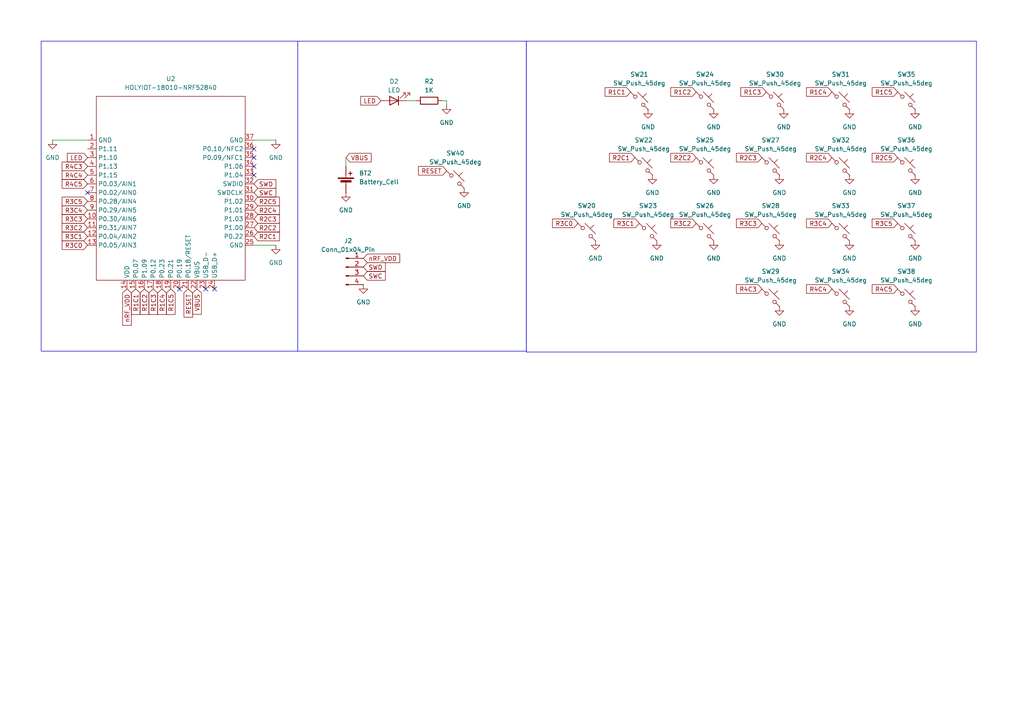
<source format=kicad_sch>
(kicad_sch (version 20250114) (generator "eeschema") (generator_version "9.0")
  (paper "A4")
  (lib_symbols
    (symbol "takemo:Battery_Cell" (pin_numbers (hide yes)) (pin_names (offset 0) (hide yes))
      (property "Reference" "BT" (at 2.54 2.54 0))
      (property "Value" "Battery_Cell" (at 2.54 0 0))
      (symbol "Battery_Cell_0_1"
        (rectangle (start -2.286 1.778) (end 2.286 1.524) (fill (type outline)))
        (rectangle (start -1.524 1.016) (end 1.524 0.508) (fill (type outline)))
        (polyline (pts (xy 0 1.778) (xy 0 2.54)))
        (polyline (pts (xy 0 0.762) (xy 0 0)))
        (polyline (pts (xy 0.762 3.048) (xy 1.778 3.048)) (stroke (width 0.254)))
        (polyline (pts (xy 1.27 3.556) (xy 1.27 2.54)) (stroke (width 0.254)))
      )
      (symbol "Battery_Cell_1_1"
        (pin passive line (at 0 5.08 270) (length 2.54) (name "+") (number "1"))
        (pin passive line (at 0 -2.54 90) (length 2.54) (name "-") (number "2"))
      )
    )
    (symbol "takemo:Conn_01x04_Pin" (pin_names (offset 1.016) (hide yes))
      (property "Reference" "J" (at 0 5.08 0))
      (property "Value" "Conn_01x04_Pin" (at 0 -7.62 0))
      (symbol "Conn_01x04_Pin_1_1"
        (rectangle (start 0.8636 2.667) (end 0 2.413) (stroke (width 0.1524)) (fill (type outline)))
        (rectangle (start 0.8636 0.127) (end 0 -0.127) (stroke (width 0.1524)) (fill (type outline)))
        (rectangle (start 0.8636 -2.413) (end 0 -2.667) (stroke (width 0.1524)) (fill (type outline)))
        (rectangle (start 0.8636 -4.953) (end 0 -5.207) (stroke (width 0.1524)) (fill (type outline)))
        (polyline (pts (xy 1.27 2.54) (xy 0.8636 2.54)) (stroke (width 0.1524)))
        (polyline (pts (xy 1.27 0) (xy 0.8636 0)) (stroke (width 0.1524)))
        (polyline (pts (xy 1.27 -2.54) (xy 0.8636 -2.54)) (stroke (width 0.1524)))
        (polyline (pts (xy 1.27 -5.08) (xy 0.8636 -5.08)) (stroke (width 0.1524)))
        (pin passive line (at 5.08 2.54 180) (length 3.81) (name "Pin_1") (number "1"))
        (pin passive line (at 5.08 0 180) (length 3.81) (name "Pin_2") (number "2"))
        (pin passive line (at 5.08 -2.54 180) (length 3.81) (name "Pin_3") (number "3"))
        (pin passive line (at 5.08 -5.08 180) (length 3.81) (name "Pin_4") (number "4"))
      )
    )
    (symbol "takemo:GND" (power) (pin_numbers (hide yes)) (pin_names (offset 0) (hide yes))
      (property "Value" "GND" (at 0 -3.81 0))
      (symbol "GND_0_1"
        (polyline (pts (xy 0 0) (xy 0 -1.27) (xy 1.27 -1.27) (xy 0 -2.54) (xy -1.27 -1.27) (xy 0 -1.27)))
      )
      (symbol "GND_1_1"
        (pin power_in line (at 0 0 270) (length 0) (name "~") (number "1"))
      )
    )
    (symbol "takemo:HOLYIOT-18010-NRF52840"
      (property "Reference" "U1" (at 0 31.75 0))
      (property "Value" "HOLYIOT-18010-NRF52840" (at 0 29.21 0))
      (symbol "HOLYIOT-18010-NRF52840_0_1"
        (rectangle (start -21.59 27.94) (end 21.59 -25.4))
      )
      (symbol "HOLYIOT-18010-NRF52840_1_1"
        (pin power_in line (at -24.13 15.24 0) (length 2.54) (name "GND") (number "1"))
        (pin input line (at -24.13 12.7 0) (length 2.54) (name "P1.11") (number "2"))
        (pin input line (at -24.13 10.16 0) (length 2.54) (name "P1.10") (number "3"))
        (pin input line (at -24.13 7.62 0) (length 2.54) (name "P1.13") (number "4"))
        (pin input line (at -24.13 5.08 0) (length 2.54) (name "P1.15") (number "5"))
        (pin input line (at -24.13 2.54 0) (length 2.54) (name "P0.03/AIN1") (number "6"))
        (pin input line (at -24.13 0 0) (length 2.54) (name "P0.02/AIN0") (number "7"))
        (pin input line (at -24.13 -2.54 0) (length 2.54) (name "P0.28/AIN4") (number "8"))
        (pin input line (at -24.13 -5.08 0) (length 2.54) (name "P0.29/AIN5") (number "9"))
        (pin input line (at -24.13 -7.62 0) (length 2.54) (name "P0.30/AIN6") (number "10"))
        (pin input line (at -24.13 -10.16 0) (length 2.54) (name "P0.31/AIN7") (number "11"))
        (pin input line (at -24.13 -12.7 0) (length 2.54) (name "P0.04/AIN2") (number "12"))
        (pin input line (at -24.13 -15.24 0) (length 2.54) (name "P0.05/AIN3") (number "13"))
        (pin power_in line (at -12.7 -27.94 90) (length 2.54) (name "VDD") (number "14"))
        (pin input line (at -10.16 -27.94 90) (length 2.54) (name "P0.07") (number "15"))
        (pin input line (at -7.62 -27.94 90) (length 2.54) (name "P1.09") (number "16"))
        (pin input line (at -5.08 -27.94 90) (length 2.54) (name "P0.12") (number "17"))
        (pin input line (at -2.54 -27.94 90) (length 2.54) (name "P0.23") (number "18"))
        (pin input line (at 0 -27.94 90) (length 2.54) (name "P0.21") (number "19"))
        (pin input line (at 2.54 -27.94 90) (length 2.54) (name "P0.19") (number "20"))
        (pin input line (at 5.08 -27.94 90) (length 2.54) (name "P0.18/RESET") (number "21"))
        (pin power_in line (at 7.62 -27.94 90) (length 2.54) (name "VBUS") (number "22"))
        (pin input line (at 10.16 -27.94 90) (length 2.54) (name "USB_D-") (number "23"))
        (pin input line (at 12.7 -27.94 90) (length 2.54) (name "USB_D+") (number "24"))
        (pin power_in line (at 24.13 15.24 180) (length 2.54) (name "GND") (number "37"))
        (pin input line (at 24.13 12.7 180) (length 2.54) (name "P0.10/NFC2") (number "36"))
        (pin input line (at 24.13 10.16 180) (length 2.54) (name "P0.09/NFC1") (number "35"))
        (pin input line (at 24.13 7.62 180) (length 2.54) (name "P1.06") (number "34"))
        (pin input line (at 24.13 5.08 180) (length 2.54) (name "P1.04") (number "33"))
        (pin input line (at 24.13 2.54 180) (length 2.54) (name "SWDIO") (number "32"))
        (pin input line (at 24.13 0 180) (length 2.54) (name "SWDCLK") (number "31"))
        (pin input line (at 24.13 -2.54 180) (length 2.54) (name "P1.02") (number "30"))
        (pin input line (at 24.13 -5.08 180) (length 2.54) (name "P1.01") (number "29"))
        (pin input line (at 24.13 -7.62 180) (length 2.54) (name "P1.03") (number "28"))
        (pin input line (at 24.13 -10.16 180) (length 2.54) (name "P1.00") (number "27"))
        (pin input line (at 24.13 -12.7 180) (length 2.54) (name "P0.22") (number "26"))
        (pin power_in line (at 24.13 -15.24 180) (length 2.54) (name "GND") (number "25"))
      )
    )
    (symbol "takemo:LED" (pin_numbers (hide yes)) (pin_names (offset 1.016) (hide yes))
      (property "Reference" "D" (at 0 2.54 0))
      (property "Value" "LED" (at 0 -2.54 0))
      (symbol "LED_0_1"
        (polyline (pts (xy -3.048 -0.762) (xy -4.572 -2.286) (xy -3.81 -2.286) (xy -4.572 -2.286) (xy -4.572 -1.524)))
        (polyline (pts (xy -1.778 -0.762) (xy -3.302 -2.286) (xy -2.54 -2.286) (xy -3.302 -2.286) (xy -3.302 -1.524)))
        (polyline (pts (xy -1.27 0) (xy 1.27 0)))
        (polyline (pts (xy -1.27 -1.27) (xy -1.27 1.27)) (stroke (width 0.254)))
        (polyline (pts (xy 1.27 -1.27) (xy 1.27 1.27) (xy -1.27 0) (xy 1.27 -1.27)) (stroke (width 0.254)))
      )
      (symbol "LED_1_1"
        (pin passive line (at -3.81 0 0) (length 2.54) (name "K") (number "1"))
        (pin passive line (at 3.81 0 180) (length 2.54) (name "A") (number "2"))
      )
    )
    (symbol "takemo:R" (pin_numbers (hide yes)) (pin_names (offset 0))
      (property "Reference" "R" (at 2.032 0 90))
      (property "Value" "R" (at 0 0 90))
      (symbol "R_0_1"
        (rectangle (start -1.016 -2.54) (end 1.016 2.54) (stroke (width 0.254)))
      )
      (symbol "R_1_1"
        (pin passive line (at 0 3.81 270) (length 1.27) (name "~") (number "1"))
        (pin passive line (at 0 -3.81 90) (length 1.27) (name "~") (number "2"))
      )
    )
    (symbol "takemo:SW_Push_45deg" (pin_numbers (hide yes)) (pin_names (offset 1.016) (hide yes))
      (property "Reference" "SW" (at 3.048 1.016 0))
      (property "Value" "SW_Push_45deg" (at 0 -3.81 0))
      (symbol "SW_Push_45deg_0_1"
        (polyline (pts (xy -2.54 2.54) (xy -1.524 1.524) (xy -1.524 1.524)))
        (circle (center -1.1684 1.1684) (radius 0.508))
        (polyline (pts (xy -0.508 2.54) (xy 2.54 -0.508)))
        (polyline (pts (xy 1.016 1.016) (xy 2.032 2.032)))
        (circle (center 1.143 -1.1938) (radius 0.508))
        (polyline (pts (xy 1.524 -1.524) (xy 2.54 -2.54) (xy 2.54 -2.54) (xy 2.54 -2.54)))
        (pin passive line (at -2.54 2.54 0) (length 0) (name "1") (number "1"))
        (pin passive line (at 2.54 -2.54 180) (length 0) (name "2") (number "2"))
      )
    )
  )
  (rectangle (start 152.654 11.938) (end 283.21 102.108))
  (rectangle (start 11.938 11.938) (end 86.36 101.854))
  (rectangle (start 86.36 11.938) (end 152.654 101.854))
  (no_connect (at 73.66 50.8))
  (no_connect (at 25.4 55.88))
  (no_connect (at 59.69 83.82))
  (no_connect (at 52.07 83.82))
  (no_connect (at 73.66 43.18))
  (no_connect (at 73.66 48.26))
  (no_connect (at 62.23 83.82))
  (no_connect (at 73.66 45.72))
  (wire (pts (xy 15.24 40.64) (xy 25.4 40.64)))
  (wire (pts (xy 100.33 48.26) (xy 100.33 45.72)))
  (wire (pts (xy 129.54 29.21) (xy 128.27 29.21)))
  (wire (pts (xy 120.65 29.21) (xy 118.11 29.21)))
  (wire (pts (xy 129.54 30.48) (xy 129.54 29.21)))
  (wire (pts (xy 80.01 40.64) (xy 73.66 40.64)))
  (wire (pts (xy 80.01 71.12) (xy 73.66 71.12)))
  (global_label "SWC" (shape input) (at 105.41 80.01 0) (property "Intersheetrefs" "${INTERSHEET_REFS}" (effects (hide yes))))
  (global_label "R2C5" (shape input) (at 73.66 58.42 0) (property "Intersheetrefs" "${INTERSHEET_REFS}" (effects (hide yes))))
  (global_label "R3C1" (shape input) (at 185.42 64.77 180) (property "Intersheetrefs" "${INTERSHEET_REFS}" (effects (hide yes))))
  (global_label "RESET" (shape input) (at 129.54 49.53 180) (property "Intersheetrefs" "${INTERSHEET_REFS}" (effects (hide yes))))
  (global_label "R2C1" (shape input) (at 184.15 45.72 180) (property "Intersheetrefs" "${INTERSHEET_REFS}" (effects (hide yes))))
  (global_label "R4C3" (shape input) (at 25.4 48.26 180) (property "Intersheetrefs" "${INTERSHEET_REFS}" (effects (hide yes))))
  (global_label "R1C3" (shape input) (at 222.25 26.67 180) (property "Intersheetrefs" "${INTERSHEET_REFS}" (effects (hide yes))))
  (global_label "R3C4" (shape input) (at 25.4 60.96 180) (property "Intersheetrefs" "${INTERSHEET_REFS}" (effects (hide yes))))
  (global_label "R3C0" (shape input) (at 167.64 64.77 180) (property "Intersheetrefs" "${INTERSHEET_REFS}" (effects (hide yes))))
  (global_label "RESET" (shape input) (at 54.61 83.82 270) (property "Intersheetrefs" "${INTERSHEET_REFS}" (effects (hide yes))))
  (global_label "R3C5" (shape input) (at 25.4 58.42 180) (property "Intersheetrefs" "${INTERSHEET_REFS}" (effects (hide yes))))
  (global_label "SWC" (shape input) (at 73.66 55.88 0) (property "Intersheetrefs" "${INTERSHEET_REFS}" (effects (hide yes))))
  (global_label "R3C0" (shape input) (at 25.4 71.12 180) (property "Intersheetrefs" "${INTERSHEET_REFS}" (effects (hide yes))))
  (global_label "R4C5" (shape input) (at 25.4 53.34 180) (property "Intersheetrefs" "${INTERSHEET_REFS}" (effects (hide yes))))
  (global_label "R1C4" (shape input) (at 46.99 83.82 270) (property "Intersheetrefs" "${INTERSHEET_REFS}" (effects (hide yes))))
  (global_label "R4C4" (shape input) (at 25.4 50.8 180) (property "Intersheetrefs" "${INTERSHEET_REFS}" (effects (hide yes))))
  (global_label "VBUS" (shape input) (at 100.33 45.72 0) (property "Intersheetrefs" "${INTERSHEET_REFS}" (effects (hide yes))))
  (global_label "R1C2" (shape input) (at 41.91 83.82 270) (property "Intersheetrefs" "${INTERSHEET_REFS}" (effects (hide yes))))
  (global_label "R3C4" (shape input) (at 241.3 64.77 180) (property "Intersheetrefs" "${INTERSHEET_REFS}" (effects (hide yes))))
  (global_label "R3C3" (shape input) (at 25.4 63.5 180) (property "Intersheetrefs" "${INTERSHEET_REFS}" (effects (hide yes))))
  (global_label "R3C2" (shape input) (at 25.4 66.04 180) (property "Intersheetrefs" "${INTERSHEET_REFS}" (effects (hide yes))))
  (global_label "SWD" (shape input) (at 105.41 77.47 0) (property "Intersheetrefs" "${INTERSHEET_REFS}" (effects (hide yes))))
  (global_label "R2C3" (shape input) (at 220.98 45.72 180) (property "Intersheetrefs" "${INTERSHEET_REFS}" (effects (hide yes))))
  (global_label "nRF_VDD" (shape input) (at 105.41 74.93 0) (property "Intersheetrefs" "${INTERSHEET_REFS}" (effects (hide yes))))
  (global_label "R2C4" (shape input) (at 73.66 60.96 0) (property "Intersheetrefs" "${INTERSHEET_REFS}" (effects (hide yes))))
  (global_label "R4C5" (shape input) (at 260.35 83.82 180) (property "Intersheetrefs" "${INTERSHEET_REFS}" (effects (hide yes))))
  (global_label "LED" (shape input) (at 25.4 45.72 180) (property "Intersheetrefs" "${INTERSHEET_REFS}" (effects (hide yes))))
  (global_label "R1C4" (shape input) (at 241.3 26.67 180) (property "Intersheetrefs" "${INTERSHEET_REFS}" (effects (hide yes))))
  (global_label "nRF_VDD" (shape input) (at 36.83 83.82 270) (property "Intersheetrefs" "${INTERSHEET_REFS}" (effects (hide yes))))
  (global_label "R2C1" (shape input) (at 73.66 68.58 0) (property "Intersheetrefs" "${INTERSHEET_REFS}" (effects (hide yes))))
  (global_label "R1C5" (shape input) (at 260.35 26.67 180) (property "Intersheetrefs" "${INTERSHEET_REFS}" (effects (hide yes))))
  (global_label "R1C2" (shape input) (at 201.93 26.67 180) (property "Intersheetrefs" "${INTERSHEET_REFS}" (effects (hide yes))))
  (global_label "R2C2" (shape input) (at 201.93 45.72 180) (property "Intersheetrefs" "${INTERSHEET_REFS}" (effects (hide yes))))
  (global_label "R1C5" (shape input) (at 49.53 83.82 270) (property "Intersheetrefs" "${INTERSHEET_REFS}" (effects (hide yes))))
  (global_label "SWD" (shape input) (at 73.66 53.34 0) (property "Intersheetrefs" "${INTERSHEET_REFS}" (effects (hide yes))))
  (global_label "R1C1" (shape input) (at 39.37 83.82 270) (property "Intersheetrefs" "${INTERSHEET_REFS}" (effects (hide yes))))
  (global_label "R2C2" (shape input) (at 73.66 66.04 0) (property "Intersheetrefs" "${INTERSHEET_REFS}" (effects (hide yes))))
  (global_label "R4C4" (shape input) (at 241.3 83.82 180) (property "Intersheetrefs" "${INTERSHEET_REFS}" (effects (hide yes))))
  (global_label "R2C4" (shape input) (at 241.3 45.72 180) (property "Intersheetrefs" "${INTERSHEET_REFS}" (effects (hide yes))))
  (global_label "R3C1" (shape input) (at 25.4 68.58 180) (property "Intersheetrefs" "${INTERSHEET_REFS}" (effects (hide yes))))
  (global_label "R3C2" (shape input) (at 201.93 64.77 180) (property "Intersheetrefs" "${INTERSHEET_REFS}" (effects (hide yes))))
  (global_label "R4C3" (shape input) (at 220.98 83.82 180) (property "Intersheetrefs" "${INTERSHEET_REFS}" (effects (hide yes))))
  (global_label "R3C5" (shape input) (at 260.35 64.77 180) (property "Intersheetrefs" "${INTERSHEET_REFS}" (effects (hide yes))))
  (global_label "R1C1" (shape input) (at 182.88 26.67 180) (property "Intersheetrefs" "${INTERSHEET_REFS}" (effects (hide yes))))
  (global_label "R1C3" (shape input) (at 44.45 83.82 270) (property "Intersheetrefs" "${INTERSHEET_REFS}" (effects (hide yes))))
  (global_label "R3C3" (shape input) (at 220.98 64.77 180) (property "Intersheetrefs" "${INTERSHEET_REFS}" (effects (hide yes))))
  (global_label "VBUS" (shape input) (at 57.15 83.82 270) (property "Intersheetrefs" "${INTERSHEET_REFS}" (effects (hide yes))))
  (global_label "R2C3" (shape input) (at 73.66 63.5 0) (property "Intersheetrefs" "${INTERSHEET_REFS}" (effects (hide yes))))
  (global_label "LED" (shape input) (at 110.49 29.21 180) (property "Intersheetrefs" "${INTERSHEET_REFS}" (effects (hide yes))))
  (global_label "R2C5" (shape input) (at 260.35 45.72 180) (property "Intersheetrefs" "${INTERSHEET_REFS}" (effects (hide yes))))
  (symbol (lib_id "takemo:SW_Push_45deg") (at 187.96 67.31 0) (unit 1)
    (property "Reference" "SW23" (at 187.96 59.69 0))
    (property "Value" "SW_Push_45deg" (at 187.96 62.23 0))
    (property "Footprint" "takemo:CPG1316S01D02" (effects (hide yes)))
    (property "Description" "Push button switch, normally open, two pins, 45° tilted" (effects (hide yes)))
  )
  (symbol (lib_id "takemo:GND") (at 246.38 50.8 0) (unit 1)
    (property "Reference" "#PWR046" (effects (hide yes)))
    (property "Value" "GND" (at 246.38 55.88 0))
    (property "Description" "Power symbol creates a global label with name \"GND\" , ground" (effects (hide yes)))
  )
  (symbol (lib_id "takemo:SW_Push_45deg") (at 132.08 52.07 0) (unit 1)
    (property "Reference" "SW40" (at 132.08 44.45 0))
    (property "Value" "SW_Push_45deg" (at 132.08 46.99 0))
    (property "Footprint" "takemo:SW_SPST_TS-1088-xR025" (effects (hide yes)))
    (property "Description" "Push button switch, normally open, two pins, 45° tilted" (effects (hide yes)))
  )
  (symbol (lib_id "takemo:SW_Push_45deg") (at 223.52 67.31 0) (unit 1)
    (property "Reference" "SW28" (at 223.52 59.69 0))
    (property "Value" "SW_Push_45deg" (at 223.52 62.23 0))
    (property "Footprint" "takemo:CPG1316S01D02" (effects (hide yes)))
    (property "Description" "Push button switch, normally open, two pins, 45° tilted" (effects (hide yes)))
  )
  (symbol (lib_id "takemo:SW_Push_45deg") (at 262.89 29.21 0) (unit 1)
    (property "Reference" "SW35" (at 262.89 21.59 0))
    (property "Value" "SW_Push_45deg" (at 262.89 24.13 0))
    (property "Footprint" "takemo:CPG1316S01D02" (effects (hide yes)))
    (property "Description" "Push button switch, normally open, two pins, 45° tilted" (effects (hide yes)))
  )
  (symbol (lib_id "takemo:SW_Push_45deg") (at 262.89 86.36 0) (unit 1)
    (property "Reference" "SW38" (at 262.89 78.74 0))
    (property "Value" "SW_Push_45deg" (at 262.89 81.28 0))
    (property "Footprint" "takemo:CPG1316S01D02" (effects (hide yes)))
    (property "Description" "Push button switch, normally open, two pins, 45° tilted" (effects (hide yes)))
  )
  (symbol (lib_id "takemo:Conn_01x04_Pin") (at 100.33 77.47 0) (unit 1)
    (property "Reference" "J2" (at 100.965 69.85 0))
    (property "Value" "Conn_01x04_Pin" (at 100.965 72.39 0))
    (property "Footprint" "takemo:PinHeader_1x04_P1.00mm_Vertical" (effects (hide yes)))
    (property "Description" "Generic connector, single row, 01x04, script generated" (effects (hide yes)))
  )
  (symbol (lib_id "takemo:GND") (at 207.01 69.85 0) (unit 1)
    (property "Reference" "#PWR040" (effects (hide yes)))
    (property "Value" "GND" (at 207.01 74.93 0))
    (property "Description" "Power symbol creates a global label with name \"GND\" , ground" (effects (hide yes)))
  )
  (symbol (lib_id "takemo:GND") (at 246.38 69.85 0) (unit 1)
    (property "Reference" "#PWR047" (effects (hide yes)))
    (property "Value" "GND" (at 246.38 74.93 0))
    (property "Description" "Power symbol creates a global label with name \"GND\" , ground" (effects (hide yes)))
  )
  (symbol (lib_id "takemo:GND") (at 246.38 88.9 0) (unit 1)
    (property "Reference" "#PWR048" (effects (hide yes)))
    (property "Value" "GND" (at 246.38 93.98 0))
    (property "Description" "Power symbol creates a global label with name \"GND\" , ground" (effects (hide yes)))
  )
  (symbol (lib_id "takemo:SW_Push_45deg") (at 243.84 48.26 0) (unit 1)
    (property "Reference" "SW32" (at 243.84 40.64 0))
    (property "Value" "SW_Push_45deg" (at 243.84 43.18 0))
    (property "Footprint" "takemo:CPG1316S01D02" (effects (hide yes)))
    (property "Description" "Push button switch, normally open, two pins, 45° tilted" (effects (hide yes)))
  )
  (symbol (lib_id "takemo:GND") (at 226.06 69.85 0) (unit 1)
    (property "Reference" "#PWR042" (effects (hide yes)))
    (property "Value" "GND" (at 226.06 74.93 0))
    (property "Description" "Power symbol creates a global label with name \"GND\" , ground" (effects (hide yes)))
  )
  (symbol (lib_id "takemo:SW_Push_45deg") (at 223.52 86.36 0) (unit 1)
    (property "Reference" "SW29" (at 223.52 78.74 0))
    (property "Value" "SW_Push_45deg" (at 223.52 81.28 0))
    (property "Footprint" "takemo:CPG1316S01D02" (effects (hide yes)))
    (property "Description" "Push button switch, normally open, two pins, 45° tilted" (effects (hide yes)))
  )
  (symbol (lib_id "takemo:GND") (at 190.5 69.85 0) (unit 1)
    (property "Reference" "#PWR037" (effects (hide yes)))
    (property "Value" "GND" (at 190.5 74.93 0))
    (property "Description" "Power symbol creates a global label with name \"GND\" , ground" (effects (hide yes)))
  )
  (symbol (lib_id "takemo:HOLYIOT-18010-NRF52840") (at 49.53 55.88 0) (unit 1)
    (property "Reference" "U2" (at 49.53 22.86 0))
    (property "Value" "HOLYIOT-18010-NRF52840" (at 49.53 25.4 0))
    (property "Footprint" "takemo:Holyiot_YJ-18010" (effects (hide yes)))
  )
  (symbol (lib_id "takemo:GND") (at 15.24 40.64 0) (unit 1)
    (property "Reference" "#PWR027" (effects (hide yes)))
    (property "Value" "GND" (at 15.24 45.72 0))
    (property "Description" "Power symbol creates a global label with name \"GND\" , ground" (effects (hide yes)))
  )
  (symbol (lib_id "takemo:SW_Push_45deg") (at 262.89 67.31 0) (unit 1)
    (property "Reference" "SW37" (at 262.89 59.69 0))
    (property "Value" "SW_Push_45deg" (at 262.89 62.23 0))
    (property "Footprint" "takemo:CPG1316S01D02" (effects (hide yes)))
    (property "Description" "Push button switch, normally open, two pins, 45° tilted" (effects (hide yes)))
  )
  (symbol (lib_id "takemo:GND") (at 227.33 31.75 0) (unit 1)
    (property "Reference" "#PWR044" (effects (hide yes)))
    (property "Value" "GND" (at 227.33 36.83 0))
    (property "Description" "Power symbol creates a global label with name \"GND\" , ground" (effects (hide yes)))
  )
  (symbol (lib_id "takemo:GND") (at 80.01 71.12 0) (unit 1)
    (property "Reference" "#PWR029" (effects (hide yes)))
    (property "Value" "GND" (at 80.01 76.2 0))
    (property "Description" "Power symbol creates a global label with name \"GND\" , ground" (effects (hide yes)))
  )
  (symbol (lib_id "takemo:GND") (at 80.01 40.64 0) (unit 1)
    (property "Reference" "#PWR028" (effects (hide yes)))
    (property "Value" "GND" (at 80.01 45.72 0))
    (property "Description" "Power symbol creates a global label with name \"GND\" , ground" (effects (hide yes)))
  )
  (symbol (lib_id "takemo:GND") (at 129.54 30.48 0) (unit 1)
    (property "Reference" "#PWR032" (effects (hide yes)))
    (property "Value" "GND" (at 129.54 35.56 0))
    (property "Description" "Power symbol creates a global label with name \"GND\" , ground" (effects (hide yes)))
  )
  (symbol (lib_id "takemo:SW_Push_45deg") (at 224.79 29.21 0) (unit 1)
    (property "Reference" "SW30" (at 224.79 21.59 0))
    (property "Value" "SW_Push_45deg" (at 224.79 24.13 0))
    (property "Footprint" "takemo:CPG1316S01D02" (effects (hide yes)))
    (property "Description" "Push button switch, normally open, two pins, 45° tilted" (effects (hide yes)))
  )
  (symbol (lib_id "takemo:SW_Push_45deg") (at 170.18 67.31 0) (unit 1)
    (property "Reference" "SW20" (at 170.18 59.69 0))
    (property "Value" "SW_Push_45deg" (at 170.18 62.23 0))
    (property "Footprint" "takemo:CPG1316S01D02" (effects (hide yes)))
    (property "Description" "Push button switch, normally open, two pins, 45° tilted" (effects (hide yes)))
  )
  (symbol (lib_id "takemo:SW_Push_45deg") (at 223.52 48.26 0) (unit 1)
    (property "Reference" "SW27" (at 223.52 40.64 0))
    (property "Value" "SW_Push_45deg" (at 223.52 43.18 0))
    (property "Footprint" "takemo:CPG1316S01D02" (effects (hide yes)))
    (property "Description" "Push button switch, normally open, two pins, 45° tilted" (effects (hide yes)))
  )
  (symbol (lib_id "takemo:LED") (at 114.3 29.21 180) (unit 1)
    (property "Reference" "D2" (at 114.3 23.622 0))
    (property "Value" "LED" (at 114.3 26.162 0))
    (property "Footprint" "takemo:LED_0402_1005Metric_Pad0.77x0.64mm_HandSolder" (effects (hide yes)))
    (property "Description" "Light emitting diode" (effects (hide yes)))
    (property "Sim.Pins" "1=K 2=A" (effects (hide yes)))
  )
  (symbol (lib_id "takemo:SW_Push_45deg") (at 243.84 67.31 0) (unit 1)
    (property "Reference" "SW33" (at 243.84 59.69 0))
    (property "Value" "SW_Push_45deg" (at 243.84 62.23 0))
    (property "Footprint" "takemo:CPG1316S01D02" (effects (hide yes)))
    (property "Description" "Push button switch, normally open, two pins, 45° tilted" (effects (hide yes)))
  )
  (symbol (lib_id "takemo:GND") (at 207.01 31.75 0) (unit 1)
    (property "Reference" "#PWR038" (effects (hide yes)))
    (property "Value" "GND" (at 207.01 36.83 0))
    (property "Description" "Power symbol creates a global label with name \"GND\" , ground" (effects (hide yes)))
  )
  (symbol (lib_id "takemo:Battery_Cell") (at 100.33 53.34 0) (unit 1)
    (property "Reference" "BT2" (at 104.14 50.2284 0) (effects (justify left)))
    (property "Value" "Battery_Cell" (at 104.14 52.7684 0) (effects (justify left)))
    (property "Footprint" "takemo:MY-1632-03" (effects (hide yes)))
    (property "Description" "Single-cell battery" (effects (hide yes)))
  )
  (symbol (lib_id "takemo:GND") (at 207.01 50.8 0) (unit 1)
    (property "Reference" "#PWR039" (effects (hide yes)))
    (property "Value" "GND" (at 207.01 55.88 0))
    (property "Description" "Power symbol creates a global label with name \"GND\" , ground" (effects (hide yes)))
  )
  (symbol (lib_id "takemo:GND") (at 265.43 88.9 0) (unit 1)
    (property "Reference" "#PWR052" (effects (hide yes)))
    (property "Value" "GND" (at 265.43 93.98 0))
    (property "Description" "Power symbol creates a global label with name \"GND\" , ground" (effects (hide yes)))
  )
  (symbol (lib_id "takemo:GND") (at 100.33 55.88 0) (unit 1)
    (property "Reference" "#PWR030" (effects (hide yes)))
    (property "Value" "GND" (at 100.33 60.96 0))
    (property "Description" "Power symbol creates a global label with name \"GND\" , ground" (effects (hide yes)))
  )
  (symbol (lib_id "takemo:GND") (at 187.96 31.75 0) (unit 1)
    (property "Reference" "#PWR035" (effects (hide yes)))
    (property "Value" "GND" (at 187.96 36.83 0))
    (property "Description" "Power symbol creates a global label with name \"GND\" , ground" (effects (hide yes)))
  )
  (symbol (lib_id "takemo:SW_Push_45deg") (at 185.42 29.21 0) (unit 1)
    (property "Reference" "SW21" (at 185.42 21.59 0))
    (property "Value" "SW_Push_45deg" (at 185.42 24.13 0))
    (property "Footprint" "takemo:CPG1316S01D02" (effects (hide yes)))
    (property "Description" "Push button switch, normally open, two pins, 45° tilted" (effects (hide yes)))
  )
  (symbol (lib_id "takemo:GND") (at 172.72 69.85 0) (unit 1)
    (property "Reference" "#PWR034" (effects (hide yes)))
    (property "Value" "GND" (at 172.72 74.93 0))
    (property "Description" "Power symbol creates a global label with name \"GND\" , ground" (effects (hide yes)))
  )
  (symbol (lib_id "takemo:GND") (at 265.43 50.8 0) (unit 1)
    (property "Reference" "#PWR050" (effects (hide yes)))
    (property "Value" "GND" (at 265.43 55.88 0))
    (property "Description" "Power symbol creates a global label with name \"GND\" , ground" (effects (hide yes)))
  )
  (symbol (lib_id "takemo:R") (at 124.46 29.21 90) (unit 1)
    (property "Reference" "R2" (at 124.46 23.622 90))
    (property "Value" "1K" (at 124.46 26.162 90))
    (property "Footprint" "takemo:R_0402_1005Metric_Pad0.72x0.64mm_HandSolder" (effects (hide yes)))
    (property "Description" "Resistor" (effects (hide yes)))
  )
  (symbol (lib_id "takemo:SW_Push_45deg") (at 262.89 48.26 0) (unit 1)
    (property "Reference" "SW36" (at 262.89 40.64 0))
    (property "Value" "SW_Push_45deg" (at 262.89 43.18 0))
    (property "Footprint" "takemo:CPG1316S01D02" (effects (hide yes)))
    (property "Description" "Push button switch, normally open, two pins, 45° tilted" (effects (hide yes)))
  )
  (symbol (lib_id "takemo:SW_Push_45deg") (at 243.84 86.36 0) (unit 1)
    (property "Reference" "SW34" (at 243.84 78.74 0))
    (property "Value" "SW_Push_45deg" (at 243.84 81.28 0))
    (property "Footprint" "takemo:CPG1316S01D02" (effects (hide yes)))
    (property "Description" "Push button switch, normally open, two pins, 45° tilted" (effects (hide yes)))
  )
  (symbol (lib_id "takemo:GND") (at 134.62 54.61 0) (unit 1)
    (property "Reference" "#PWR033" (effects (hide yes)))
    (property "Value" "GND" (at 134.62 59.69 0))
    (property "Description" "Power symbol creates a global label with name \"GND\" , ground" (effects (hide yes)))
  )
  (symbol (lib_id "takemo:SW_Push_45deg") (at 186.69 48.26 0) (unit 1)
    (property "Reference" "SW22" (at 186.69 40.64 0))
    (property "Value" "SW_Push_45deg" (at 186.69 43.18 0))
    (property "Footprint" "takemo:CPG1316S01D02" (effects (hide yes)))
    (property "Description" "Push button switch, normally open, two pins, 45° tilted" (effects (hide yes)))
  )
  (symbol (lib_id "takemo:SW_Push_45deg") (at 204.47 48.26 0) (unit 1)
    (property "Reference" "SW25" (at 204.47 40.64 0))
    (property "Value" "SW_Push_45deg" (at 204.47 43.18 0))
    (property "Footprint" "takemo:CPG1316S01D02" (effects (hide yes)))
    (property "Description" "Push button switch, normally open, two pins, 45° tilted" (effects (hide yes)))
  )
  (symbol (lib_id "takemo:GND") (at 226.06 50.8 0) (unit 1)
    (property "Reference" "#PWR041" (effects (hide yes)))
    (property "Value" "GND" (at 226.06 55.88 0))
    (property "Description" "Power symbol creates a global label with name \"GND\" , ground" (effects (hide yes)))
  )
  (symbol (lib_id "takemo:GND") (at 105.41 82.55 0) (unit 1)
    (property "Reference" "#PWR031" (effects (hide yes)))
    (property "Value" "GND" (at 105.41 87.63 0))
    (property "Description" "Power symbol creates a global label with name \"GND\" , ground" (effects (hide yes)))
  )
  (symbol (lib_id "takemo:GND") (at 265.43 31.75 0) (unit 1)
    (property "Reference" "#PWR049" (effects (hide yes)))
    (property "Value" "GND" (at 265.43 36.83 0))
    (property "Description" "Power symbol creates a global label with name \"GND\" , ground" (effects (hide yes)))
  )
  (symbol (lib_id "takemo:GND") (at 189.23 50.8 0) (unit 1)
    (property "Reference" "#PWR036" (effects (hide yes)))
    (property "Value" "GND" (at 189.23 55.88 0))
    (property "Description" "Power symbol creates a global label with name \"GND\" , ground" (effects (hide yes)))
  )
  (symbol (lib_id "takemo:SW_Push_45deg") (at 204.47 67.31 0) (unit 1)
    (property "Reference" "SW26" (at 204.47 59.69 0))
    (property "Value" "SW_Push_45deg" (at 204.47 62.23 0))
    (property "Footprint" "takemo:CPG1316S01D02" (effects (hide yes)))
    (property "Description" "Push button switch, normally open, two pins, 45° tilted" (effects (hide yes)))
  )
  (symbol (lib_id "takemo:GND") (at 265.43 69.85 0) (unit 1)
    (property "Reference" "#PWR051" (effects (hide yes)))
    (property "Value" "GND" (at 265.43 74.93 0))
    (property "Description" "Power symbol creates a global label with name \"GND\" , ground" (effects (hide yes)))
  )
  (symbol (lib_id "takemo:SW_Push_45deg") (at 204.47 29.21 0) (unit 1)
    (property "Reference" "SW24" (at 204.47 21.59 0))
    (property "Value" "SW_Push_45deg" (at 204.47 24.13 0))
    (property "Footprint" "takemo:CPG1316S01D02" (effects (hide yes)))
    (property "Description" "Push button switch, normally open, two pins, 45° tilted" (effects (hide yes)))
  )
  (symbol (lib_id "takemo:SW_Push_45deg") (at 243.84 29.21 0) (unit 1)
    (property "Reference" "SW31" (at 243.84 21.59 0))
    (property "Value" "SW_Push_45deg" (at 243.84 24.13 0))
    (property "Footprint" "takemo:CPG1316S01D02" (effects (hide yes)))
    (property "Description" "Push button switch, normally open, two pins, 45° tilted" (effects (hide yes)))
  )
  (symbol (lib_id "takemo:GND") (at 226.06 88.9 0) (unit 1)
    (property "Reference" "#PWR043" (effects (hide yes)))
    (property "Value" "GND" (at 226.06 93.98 0))
    (property "Description" "Power symbol creates a global label with name \"GND\" , ground" (effects (hide yes)))
  )
  (symbol (lib_id "takemo:GND") (at 246.38 31.75 0) (unit 1)
    (property "Reference" "#PWR045" (effects (hide yes)))
    (property "Value" "GND" (at 246.38 36.83 0))
    (property "Description" "Power symbol creates a global label with name \"GND\" , ground" (effects (hide yes)))
  )
)
</source>
